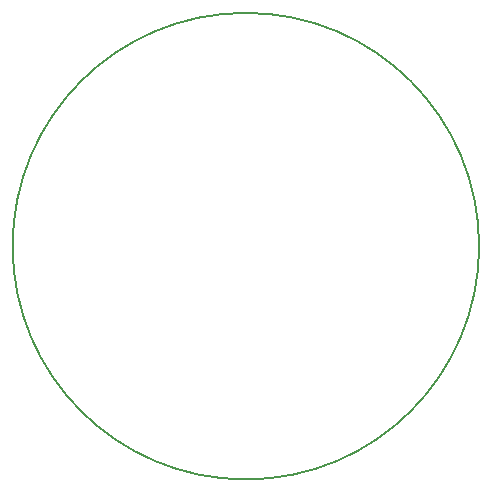
<source format=gm1>
G04 #@! TF.FileFunction,Profile,NP*
%FSLAX46Y46*%
G04 Gerber Fmt 4.6, Leading zero omitted, Abs format (unit mm)*
G04 Created by KiCad (PCBNEW 201609280951+7255~55~ubuntu14.04.1-) date Wed Jan 11 23:22:02 2017*
%MOMM*%
%LPD*%
G01*
G04 APERTURE LIST*
%ADD10C,0.100000*%
%ADD11C,0.150000*%
G04 APERTURE END LIST*
D10*
D11*
X119750000Y-100000000D02*
G75*
G03X119750000Y-100000000I-19750000J0D01*
G01*
M02*

</source>
